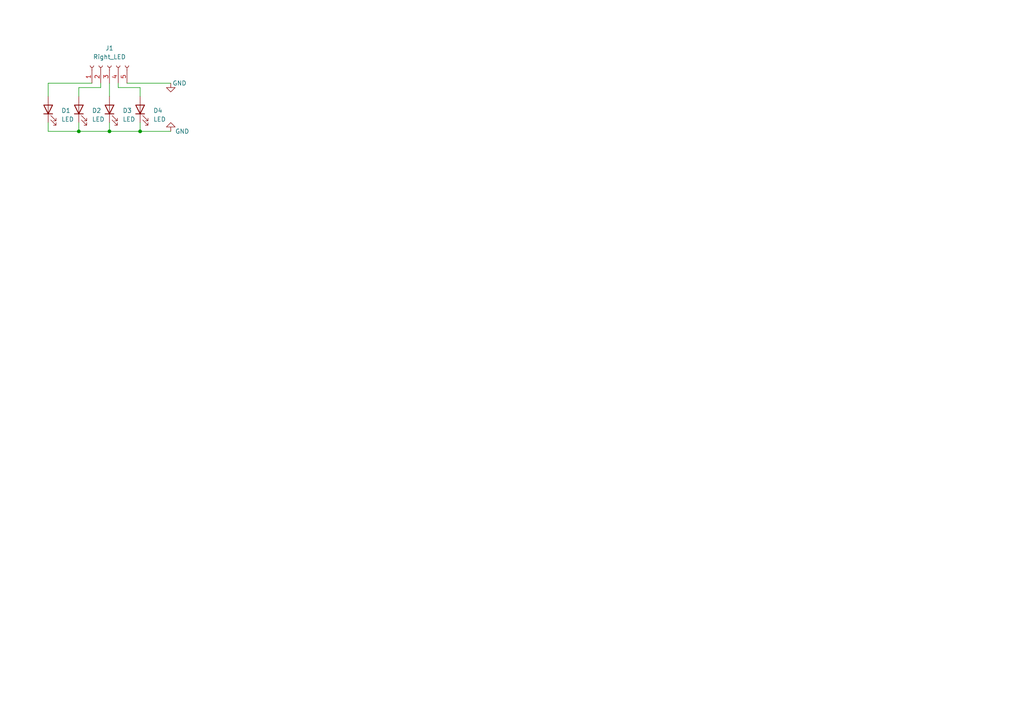
<source format=kicad_sch>
(kicad_sch (version 20211123) (generator eeschema)
  (paper "A4")
  (lib_symbols
    (symbol "Connector:Conn_01x05_Female" (pin_names (offset 1.016) hide)
      (property "Reference" "J" (at 0 7.62 0))
      (property "Value" "Conn_01x05_Female" (at 0 -7.62 0))
      (symbol "Conn_01x05_Female_1_1"
        (arc (start 0 -4.572) (mid -0.508 -5.08) (end 0 -5.588) (stroke (width 0.1524)))
        (arc (start 0 -2.032) (mid -0.508 -2.54) (end 0 -3.048) (stroke (width 0.1524)))
        (polyline (pts (xy -1.27 -5.08) (xy -0.508 -5.08)) (stroke (width 0.1524)))
        (polyline (pts (xy -1.27 -2.54) (xy -0.508 -2.54)) (stroke (width 0.1524)))
        (polyline (pts (xy -1.27 0) (xy -0.508 0)) (stroke (width 0.1524)))
        (polyline (pts (xy -1.27 2.54) (xy -0.508 2.54)) (stroke (width 0.1524)))
        (polyline (pts (xy -1.27 5.08) (xy -0.508 5.08)) (stroke (width 0.1524)))
        (arc (start 0 0.508) (mid -0.508 0) (end 0 -0.508) (stroke (width 0.1524)))
        (arc (start 0 3.048) (mid -0.508 2.54) (end 0 2.032) (stroke (width 0.1524)))
        (arc (start 0 5.588) (mid -0.508 5.08) (end 0 4.572) (stroke (width 0.1524)))
        (pin passive line (at -5.08 5.08 0) (length 3.81) (name "Pin_1") (number "1"))
        (pin passive line (at -5.08 2.54 0) (length 3.81) (name "Pin_2") (number "2"))
        (pin passive line (at -5.08 0 0) (length 3.81) (name "Pin_3") (number "3"))
        (pin passive line (at -5.08 -2.54 0) (length 3.81) (name "Pin_4") (number "4"))
        (pin passive line (at -5.08 -5.08 0) (length 3.81) (name "Pin_5") (number "5"))
      )
    )
    (symbol "Device:LED" (pin_numbers hide) (pin_names (offset 1.016) hide)
      (property "Reference" "D" (at 0 2.54 0))
      (property "Value" "LED" (at 0 -2.54 0))
      (symbol "LED_0_1"
        (polyline (pts (xy -1.27 -1.27) (xy -1.27 1.27)) (stroke (width 0.254)))
        (polyline (pts (xy -1.27 0) (xy 1.27 0)))
        (polyline (pts (xy 1.27 -1.27) (xy 1.27 1.27) (xy -1.27 0) (xy 1.27 -1.27)) (stroke (width 0.254)))
        (polyline (pts (xy -3.048 -0.762) (xy -4.572 -2.286) (xy -3.81 -2.286) (xy -4.572 -2.286) (xy -4.572 -1.524)))
        (polyline (pts (xy -1.778 -0.762) (xy -3.302 -2.286) (xy -2.54 -2.286) (xy -3.302 -2.286) (xy -3.302 -1.524)))
      )
      (symbol "LED_1_1"
        (pin passive line (at -3.81 0 0) (length 2.54) (name "K") (number "1"))
        (pin passive line (at 3.81 0 180) (length 2.54) (name "A") (number "2"))
      )
    )
    (symbol "power:GND" (power) (pin_names (offset 0))
      (property "Value" "GND" (at 0 -3.81 0))
      (symbol "GND_0_1"
        (polyline (pts (xy 0 0) (xy 0 -1.27) (xy 1.27 -1.27) (xy 0 -2.54) (xy -1.27 -1.27) (xy 0 -1.27)))
      )
      (symbol "GND_1_1"
        (pin power_in line (at 0 0 270) (length 0) hide (name "GND") (number "1"))
      )
    )
  )
  (junction (at 31.75 38.1))
  (junction (at 22.86 38.1))
  (junction (at 40.64 38.1))
  (wire (pts (xy 31.75 38.1) (xy 22.86 38.1)))
  (wire (pts (xy 40.64 35.56) (xy 40.64 38.1)))
  (wire (pts (xy 34.29 25.4) (xy 40.64 25.4)))
  (wire (pts (xy 22.86 38.1) (xy 13.97 38.1)))
  (wire (pts (xy 49.53 38.1) (xy 40.64 38.1)))
  (wire (pts (xy 31.75 24.13) (xy 31.75 27.94)))
  (wire (pts (xy 13.97 24.13) (xy 13.97 27.94)))
  (wire (pts (xy 26.67 24.13) (xy 13.97 24.13)))
  (wire (pts (xy 22.86 25.4) (xy 22.86 27.94)))
  (wire (pts (xy 29.21 25.4) (xy 22.86 25.4)))
  (wire (pts (xy 40.64 38.1) (xy 31.75 38.1)))
  (wire (pts (xy 22.86 35.56) (xy 22.86 38.1)))
  (wire (pts (xy 36.83 24.13) (xy 49.53 24.13)))
  (wire (pts (xy 40.64 25.4) (xy 40.64 27.94)))
  (wire (pts (xy 13.97 38.1) (xy 13.97 35.56)))
  (wire (pts (xy 34.29 24.13) (xy 34.29 25.4)))
  (wire (pts (xy 29.21 24.13) (xy 29.21 25.4)))
  (wire (pts (xy 31.75 35.56) (xy 31.75 38.1)))
  (symbol (lib_id "Connector:Conn_01x05_Female") (at 31.75 19.05 90) (unit 1)
    (property "Reference" "J1" (at 31.75 13.97 90))
    (property "Value" "Right_LED" (at 31.75 16.51 90))
    (property "Footprint" "Connector_PinSocket_2.54mm:PinSocket_1x05_P2.54mm_Vertical" (effects hide))
  )
  (symbol (lib_id "Device:LED") (at 22.86 31.75 90) (unit 1)
    (property "Reference" "D2" (at 26.67 32.0674 90) (effects (justify right)))
    (property "Value" "LED" (at 26.67 34.6074 90) (effects (justify right)))
    (property "Footprint" "Connector_PinSocket_2.54mm:PinSocket_1x02_P2.54mm_Horizontal" (effects hide))
  )
  (symbol (lib_id "Device:LED") (at 40.64 31.75 90) (unit 1)
    (property "Reference" "D4" (at 44.45 32.0674 90) (effects (justify right)))
    (property "Value" "LED" (at 44.45 34.6074 90) (effects (justify right)))
    (property "Footprint" "Connector_PinSocket_2.54mm:PinSocket_1x02_P2.54mm_Horizontal" (effects hide))
  )
  (symbol (lib_id "Device:LED") (at 31.75 31.75 90) (unit 1)
    (property "Reference" "D3" (at 35.56 32.0674 90) (effects (justify right)))
    (property "Value" "LED" (at 35.56 34.6074 90) (effects (justify right)))
    (property "Footprint" "Connector_PinSocket_2.54mm:PinSocket_1x02_P2.54mm_Horizontal" (effects hide))
  )
  (symbol (lib_id "power:GND") (at 49.53 38.1 180) (unit 1)
    (property "Reference" "#PWR0101" (effects hide))
    (property "Value" "GND" (at 50.8 38.1 0) (effects (justify right)))
  )
  (symbol (lib_id "Device:LED") (at 13.97 31.75 90) (unit 1)
    (property "Reference" "D1" (at 17.78 32.0674 90) (effects (justify right)))
    (property "Value" "LED" (at 17.78 34.6074 90) (effects (justify right)))
    (property "Footprint" "Connector_PinSocket_2.54mm:PinSocket_1x02_P2.54mm_Horizontal" (effects hide))
  )
  (symbol (lib_id "power:GND") (at 49.53 24.13 0) (unit 1)
    (property "Reference" "#PWR0102" (effects hide))
    (property "Value" "GND" (at 52.07 24.13 0))
  )
)
</source>
